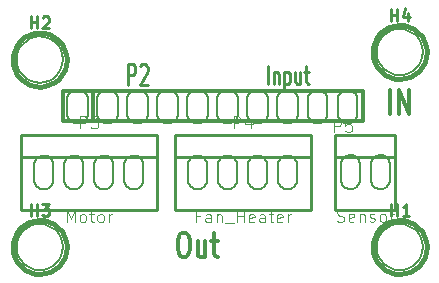
<source format=gto>
G04 (created by PCBNEW-RS274X (2011-07-08 BZR 3044)-stable) date 2012-09-13 22:14:24*
G01*
G70*
G90*
%MOIN*%
G04 Gerber Fmt 3.4, Leading zero omitted, Abs format*
%FSLAX34Y34*%
G04 APERTURE LIST*
%ADD10C,0.006000*%
%ADD11C,0.012000*%
%ADD12C,0.015000*%
%ADD13C,0.010000*%
%ADD14C,0.010700*%
%ADD15C,0.003500*%
G04 APERTURE END LIST*
G54D10*
G54D11*
X41750Y-36274D02*
X41864Y-36274D01*
X41922Y-36312D01*
X41979Y-36388D01*
X42007Y-36540D01*
X42007Y-36807D01*
X41979Y-36960D01*
X41922Y-37036D01*
X41864Y-37074D01*
X41750Y-37074D01*
X41693Y-37036D01*
X41636Y-36960D01*
X41607Y-36807D01*
X41607Y-36540D01*
X41636Y-36388D01*
X41693Y-36312D01*
X41750Y-36274D01*
X42522Y-36540D02*
X42522Y-37074D01*
X42265Y-36540D02*
X42265Y-36960D01*
X42293Y-37036D01*
X42351Y-37074D01*
X42436Y-37074D01*
X42493Y-37036D01*
X42522Y-36998D01*
X42722Y-36540D02*
X42951Y-36540D01*
X42808Y-36274D02*
X42808Y-36960D01*
X42836Y-37036D01*
X42894Y-37074D01*
X42951Y-37074D01*
X48686Y-32324D02*
X48686Y-31524D01*
X48972Y-32324D02*
X48972Y-31524D01*
X49315Y-32324D01*
X49315Y-31524D01*
G54D12*
X49900Y-36750D02*
X49882Y-36924D01*
X49832Y-37092D01*
X49749Y-37248D01*
X49638Y-37384D01*
X49503Y-37496D01*
X49348Y-37579D01*
X49180Y-37631D01*
X49006Y-37649D01*
X48832Y-37634D01*
X48663Y-37584D01*
X48508Y-37503D01*
X48371Y-37393D01*
X48258Y-37258D01*
X48173Y-37104D01*
X48120Y-36937D01*
X48101Y-36762D01*
X48115Y-36588D01*
X48164Y-36419D01*
X48244Y-36263D01*
X48353Y-36125D01*
X48487Y-36011D01*
X48640Y-35926D01*
X48807Y-35871D01*
X48982Y-35851D01*
X49156Y-35864D01*
X49325Y-35911D01*
X49482Y-35991D01*
X49620Y-36099D01*
X49735Y-36232D01*
X49822Y-36384D01*
X49877Y-36551D01*
X49899Y-36725D01*
X49900Y-36750D01*
X37900Y-30500D02*
X37882Y-30674D01*
X37832Y-30842D01*
X37749Y-30998D01*
X37638Y-31134D01*
X37503Y-31246D01*
X37348Y-31329D01*
X37180Y-31381D01*
X37006Y-31399D01*
X36832Y-31384D01*
X36663Y-31334D01*
X36508Y-31253D01*
X36371Y-31143D01*
X36258Y-31008D01*
X36173Y-30854D01*
X36120Y-30687D01*
X36101Y-30512D01*
X36115Y-30338D01*
X36164Y-30169D01*
X36244Y-30013D01*
X36353Y-29875D01*
X36487Y-29761D01*
X36640Y-29676D01*
X36807Y-29621D01*
X36982Y-29601D01*
X37156Y-29614D01*
X37325Y-29661D01*
X37482Y-29741D01*
X37620Y-29849D01*
X37735Y-29982D01*
X37822Y-30134D01*
X37877Y-30301D01*
X37899Y-30475D01*
X37900Y-30500D01*
X37900Y-36750D02*
X37882Y-36924D01*
X37832Y-37092D01*
X37749Y-37248D01*
X37638Y-37384D01*
X37503Y-37496D01*
X37348Y-37579D01*
X37180Y-37631D01*
X37006Y-37649D01*
X36832Y-37634D01*
X36663Y-37584D01*
X36508Y-37503D01*
X36371Y-37393D01*
X36258Y-37258D01*
X36173Y-37104D01*
X36120Y-36937D01*
X36101Y-36762D01*
X36115Y-36588D01*
X36164Y-36419D01*
X36244Y-36263D01*
X36353Y-36125D01*
X36487Y-36011D01*
X36640Y-35926D01*
X36807Y-35871D01*
X36982Y-35851D01*
X37156Y-35864D01*
X37325Y-35911D01*
X37482Y-35991D01*
X37620Y-36099D01*
X37735Y-36232D01*
X37822Y-36384D01*
X37877Y-36551D01*
X37899Y-36725D01*
X37900Y-36750D01*
X49900Y-30250D02*
X49882Y-30424D01*
X49832Y-30592D01*
X49749Y-30748D01*
X49638Y-30884D01*
X49503Y-30996D01*
X49348Y-31079D01*
X49180Y-31131D01*
X49006Y-31149D01*
X48832Y-31134D01*
X48663Y-31084D01*
X48508Y-31003D01*
X48371Y-30893D01*
X48258Y-30758D01*
X48173Y-30604D01*
X48120Y-30437D01*
X48101Y-30262D01*
X48115Y-30088D01*
X48164Y-29919D01*
X48244Y-29763D01*
X48353Y-29625D01*
X48487Y-29511D01*
X48640Y-29426D01*
X48807Y-29371D01*
X48982Y-29351D01*
X49156Y-29364D01*
X49325Y-29411D01*
X49482Y-29491D01*
X49620Y-29599D01*
X49735Y-29732D01*
X49822Y-29884D01*
X49877Y-30051D01*
X49899Y-30225D01*
X49900Y-30250D01*
G54D11*
X37764Y-32564D02*
X37764Y-31564D01*
X37764Y-31564D02*
X47764Y-31564D01*
X47764Y-31564D02*
X47764Y-32564D01*
X47764Y-32564D02*
X37764Y-32564D01*
X38764Y-32564D02*
X38764Y-31564D01*
G54D13*
X37907Y-35510D02*
X40907Y-35510D01*
X37907Y-33760D02*
X40907Y-33760D01*
X37907Y-33010D02*
X40907Y-33010D01*
X36382Y-33010D02*
X36382Y-35510D01*
X40907Y-33010D02*
X40907Y-35510D01*
X39432Y-33760D02*
X36432Y-33760D01*
X36382Y-33010D02*
X39382Y-33010D01*
X39382Y-35510D02*
X36382Y-35510D01*
X43037Y-35510D02*
X46037Y-35510D01*
X43037Y-33760D02*
X46037Y-33760D01*
X43037Y-33010D02*
X46037Y-33010D01*
X41512Y-33010D02*
X41512Y-35510D01*
X46037Y-33010D02*
X46037Y-35510D01*
X44562Y-33760D02*
X41562Y-33760D01*
X41512Y-33010D02*
X44512Y-33010D01*
X44512Y-35510D02*
X41512Y-35510D01*
X48854Y-33749D02*
X46854Y-33749D01*
X48854Y-35499D02*
X46854Y-35499D01*
X46854Y-32999D02*
X48854Y-32999D01*
X46854Y-32999D02*
X46854Y-35499D01*
X48854Y-32999D02*
X48854Y-35499D01*
G54D10*
X49770Y-36750D02*
X49755Y-36899D01*
X49711Y-37043D01*
X49641Y-37176D01*
X49546Y-37292D01*
X49430Y-37388D01*
X49298Y-37459D01*
X49154Y-37504D01*
X49005Y-37519D01*
X48856Y-37506D01*
X48712Y-37463D01*
X48579Y-37394D01*
X48462Y-37300D01*
X48365Y-37185D01*
X48293Y-37053D01*
X48247Y-36910D01*
X48231Y-36760D01*
X48243Y-36612D01*
X48285Y-36467D01*
X48353Y-36333D01*
X48447Y-36216D01*
X48561Y-36118D01*
X48692Y-36045D01*
X48835Y-35998D01*
X48984Y-35981D01*
X49133Y-35992D01*
X49278Y-36033D01*
X49412Y-36100D01*
X49531Y-36193D01*
X49629Y-36307D01*
X49703Y-36437D01*
X49750Y-36580D01*
X49769Y-36729D01*
X49770Y-36750D01*
X37770Y-30500D02*
X37755Y-30649D01*
X37711Y-30793D01*
X37641Y-30926D01*
X37546Y-31042D01*
X37430Y-31138D01*
X37298Y-31209D01*
X37154Y-31254D01*
X37005Y-31269D01*
X36856Y-31256D01*
X36712Y-31213D01*
X36579Y-31144D01*
X36462Y-31050D01*
X36365Y-30935D01*
X36293Y-30803D01*
X36247Y-30660D01*
X36231Y-30510D01*
X36243Y-30362D01*
X36285Y-30217D01*
X36353Y-30083D01*
X36447Y-29966D01*
X36561Y-29868D01*
X36692Y-29795D01*
X36835Y-29748D01*
X36984Y-29731D01*
X37133Y-29742D01*
X37278Y-29783D01*
X37412Y-29850D01*
X37531Y-29943D01*
X37629Y-30057D01*
X37703Y-30187D01*
X37750Y-30330D01*
X37769Y-30479D01*
X37770Y-30500D01*
X37770Y-36750D02*
X37755Y-36899D01*
X37711Y-37043D01*
X37641Y-37176D01*
X37546Y-37292D01*
X37430Y-37388D01*
X37298Y-37459D01*
X37154Y-37504D01*
X37005Y-37519D01*
X36856Y-37506D01*
X36712Y-37463D01*
X36579Y-37394D01*
X36462Y-37300D01*
X36365Y-37185D01*
X36293Y-37053D01*
X36247Y-36910D01*
X36231Y-36760D01*
X36243Y-36612D01*
X36285Y-36467D01*
X36353Y-36333D01*
X36447Y-36216D01*
X36561Y-36118D01*
X36692Y-36045D01*
X36835Y-35998D01*
X36984Y-35981D01*
X37133Y-35992D01*
X37278Y-36033D01*
X37412Y-36100D01*
X37531Y-36193D01*
X37629Y-36307D01*
X37703Y-36437D01*
X37750Y-36580D01*
X37769Y-36729D01*
X37770Y-36750D01*
X49770Y-30250D02*
X49755Y-30399D01*
X49711Y-30543D01*
X49641Y-30676D01*
X49546Y-30792D01*
X49430Y-30888D01*
X49298Y-30959D01*
X49154Y-31004D01*
X49005Y-31019D01*
X48856Y-31006D01*
X48712Y-30963D01*
X48579Y-30894D01*
X48462Y-30800D01*
X48365Y-30685D01*
X48293Y-30553D01*
X48247Y-30410D01*
X48231Y-30260D01*
X48243Y-30112D01*
X48285Y-29967D01*
X48353Y-29833D01*
X48447Y-29716D01*
X48561Y-29618D01*
X48692Y-29545D01*
X48835Y-29498D01*
X48984Y-29481D01*
X49133Y-29492D01*
X49278Y-29533D01*
X49412Y-29600D01*
X49531Y-29693D01*
X49629Y-29807D01*
X49703Y-29937D01*
X49750Y-30080D01*
X49769Y-30229D01*
X49770Y-30250D01*
X37901Y-31867D02*
X37901Y-32261D01*
X38627Y-31867D02*
X38627Y-32261D01*
X37901Y-32261D02*
X37903Y-32292D01*
X37907Y-32324D01*
X37914Y-32354D01*
X37923Y-32385D01*
X37936Y-32414D01*
X37950Y-32442D01*
X37967Y-32469D01*
X37986Y-32494D01*
X38008Y-32517D01*
X38031Y-32539D01*
X38056Y-32558D01*
X38083Y-32575D01*
X38111Y-32589D01*
X38140Y-32602D01*
X38171Y-32611D01*
X38201Y-32618D01*
X38233Y-32622D01*
X38264Y-32624D01*
X38295Y-32622D01*
X38327Y-32618D01*
X38357Y-32611D01*
X38388Y-32602D01*
X38417Y-32589D01*
X38445Y-32575D01*
X38472Y-32558D01*
X38497Y-32539D01*
X38520Y-32517D01*
X38542Y-32494D01*
X38561Y-32469D01*
X38578Y-32442D01*
X38592Y-32414D01*
X38605Y-32385D01*
X38614Y-32354D01*
X38621Y-32324D01*
X38625Y-32292D01*
X38627Y-32261D01*
X38627Y-31867D02*
X38625Y-31836D01*
X38621Y-31804D01*
X38614Y-31774D01*
X38605Y-31743D01*
X38592Y-31714D01*
X38578Y-31686D01*
X38561Y-31659D01*
X38542Y-31634D01*
X38520Y-31611D01*
X38497Y-31589D01*
X38472Y-31570D01*
X38445Y-31553D01*
X38417Y-31539D01*
X38388Y-31526D01*
X38357Y-31517D01*
X38327Y-31510D01*
X38295Y-31506D01*
X38264Y-31504D01*
X38233Y-31506D01*
X38201Y-31510D01*
X38171Y-31517D01*
X38140Y-31526D01*
X38111Y-31539D01*
X38083Y-31553D01*
X38056Y-31570D01*
X38031Y-31589D01*
X38008Y-31611D01*
X37986Y-31634D01*
X37967Y-31659D01*
X37950Y-31686D01*
X37936Y-31714D01*
X37923Y-31743D01*
X37914Y-31774D01*
X37907Y-31804D01*
X37903Y-31836D01*
X37901Y-31867D01*
X38901Y-31867D02*
X38901Y-32261D01*
X39627Y-31867D02*
X39627Y-32261D01*
X38901Y-32261D02*
X38903Y-32292D01*
X38907Y-32324D01*
X38914Y-32354D01*
X38923Y-32385D01*
X38936Y-32414D01*
X38950Y-32442D01*
X38967Y-32469D01*
X38986Y-32494D01*
X39008Y-32517D01*
X39031Y-32539D01*
X39056Y-32558D01*
X39083Y-32575D01*
X39111Y-32589D01*
X39140Y-32602D01*
X39171Y-32611D01*
X39201Y-32618D01*
X39233Y-32622D01*
X39264Y-32624D01*
X39295Y-32622D01*
X39327Y-32618D01*
X39357Y-32611D01*
X39388Y-32602D01*
X39417Y-32589D01*
X39445Y-32575D01*
X39472Y-32558D01*
X39497Y-32539D01*
X39520Y-32517D01*
X39542Y-32494D01*
X39561Y-32469D01*
X39578Y-32442D01*
X39592Y-32414D01*
X39605Y-32385D01*
X39614Y-32354D01*
X39621Y-32324D01*
X39625Y-32292D01*
X39627Y-32261D01*
X39627Y-31867D02*
X39625Y-31836D01*
X39621Y-31804D01*
X39614Y-31774D01*
X39605Y-31743D01*
X39592Y-31714D01*
X39578Y-31686D01*
X39561Y-31659D01*
X39542Y-31634D01*
X39520Y-31611D01*
X39497Y-31589D01*
X39472Y-31570D01*
X39445Y-31553D01*
X39417Y-31539D01*
X39388Y-31526D01*
X39357Y-31517D01*
X39327Y-31510D01*
X39295Y-31506D01*
X39264Y-31504D01*
X39233Y-31506D01*
X39201Y-31510D01*
X39171Y-31517D01*
X39140Y-31526D01*
X39111Y-31539D01*
X39083Y-31553D01*
X39056Y-31570D01*
X39031Y-31589D01*
X39008Y-31611D01*
X38986Y-31634D01*
X38967Y-31659D01*
X38950Y-31686D01*
X38936Y-31714D01*
X38923Y-31743D01*
X38914Y-31774D01*
X38907Y-31804D01*
X38903Y-31836D01*
X38901Y-31867D01*
X39901Y-31867D02*
X39901Y-32261D01*
X40627Y-31867D02*
X40627Y-32261D01*
X39901Y-32261D02*
X39903Y-32292D01*
X39907Y-32324D01*
X39914Y-32354D01*
X39923Y-32385D01*
X39936Y-32414D01*
X39950Y-32442D01*
X39967Y-32469D01*
X39986Y-32494D01*
X40008Y-32517D01*
X40031Y-32539D01*
X40056Y-32558D01*
X40083Y-32575D01*
X40111Y-32589D01*
X40140Y-32602D01*
X40171Y-32611D01*
X40201Y-32618D01*
X40233Y-32622D01*
X40264Y-32624D01*
X40295Y-32622D01*
X40327Y-32618D01*
X40357Y-32611D01*
X40388Y-32602D01*
X40417Y-32589D01*
X40445Y-32575D01*
X40472Y-32558D01*
X40497Y-32539D01*
X40520Y-32517D01*
X40542Y-32494D01*
X40561Y-32469D01*
X40578Y-32442D01*
X40592Y-32414D01*
X40605Y-32385D01*
X40614Y-32354D01*
X40621Y-32324D01*
X40625Y-32292D01*
X40627Y-32261D01*
X40627Y-31867D02*
X40625Y-31836D01*
X40621Y-31804D01*
X40614Y-31774D01*
X40605Y-31743D01*
X40592Y-31714D01*
X40578Y-31686D01*
X40561Y-31659D01*
X40542Y-31634D01*
X40520Y-31611D01*
X40497Y-31589D01*
X40472Y-31570D01*
X40445Y-31553D01*
X40417Y-31539D01*
X40388Y-31526D01*
X40357Y-31517D01*
X40327Y-31510D01*
X40295Y-31506D01*
X40264Y-31504D01*
X40233Y-31506D01*
X40201Y-31510D01*
X40171Y-31517D01*
X40140Y-31526D01*
X40111Y-31539D01*
X40083Y-31553D01*
X40056Y-31570D01*
X40031Y-31589D01*
X40008Y-31611D01*
X39986Y-31634D01*
X39967Y-31659D01*
X39950Y-31686D01*
X39936Y-31714D01*
X39923Y-31743D01*
X39914Y-31774D01*
X39907Y-31804D01*
X39903Y-31836D01*
X39901Y-31867D01*
X40901Y-31867D02*
X40901Y-32261D01*
X41627Y-31867D02*
X41627Y-32261D01*
X40901Y-32261D02*
X40903Y-32292D01*
X40907Y-32324D01*
X40914Y-32354D01*
X40923Y-32385D01*
X40936Y-32414D01*
X40950Y-32442D01*
X40967Y-32469D01*
X40986Y-32494D01*
X41008Y-32517D01*
X41031Y-32539D01*
X41056Y-32558D01*
X41083Y-32575D01*
X41111Y-32589D01*
X41140Y-32602D01*
X41171Y-32611D01*
X41201Y-32618D01*
X41233Y-32622D01*
X41264Y-32624D01*
X41295Y-32622D01*
X41327Y-32618D01*
X41357Y-32611D01*
X41388Y-32602D01*
X41417Y-32589D01*
X41445Y-32575D01*
X41472Y-32558D01*
X41497Y-32539D01*
X41520Y-32517D01*
X41542Y-32494D01*
X41561Y-32469D01*
X41578Y-32442D01*
X41592Y-32414D01*
X41605Y-32385D01*
X41614Y-32354D01*
X41621Y-32324D01*
X41625Y-32292D01*
X41627Y-32261D01*
X41627Y-31867D02*
X41625Y-31836D01*
X41621Y-31804D01*
X41614Y-31774D01*
X41605Y-31743D01*
X41592Y-31714D01*
X41578Y-31686D01*
X41561Y-31659D01*
X41542Y-31634D01*
X41520Y-31611D01*
X41497Y-31589D01*
X41472Y-31570D01*
X41445Y-31553D01*
X41417Y-31539D01*
X41388Y-31526D01*
X41357Y-31517D01*
X41327Y-31510D01*
X41295Y-31506D01*
X41264Y-31504D01*
X41233Y-31506D01*
X41201Y-31510D01*
X41171Y-31517D01*
X41140Y-31526D01*
X41111Y-31539D01*
X41083Y-31553D01*
X41056Y-31570D01*
X41031Y-31589D01*
X41008Y-31611D01*
X40986Y-31634D01*
X40967Y-31659D01*
X40950Y-31686D01*
X40936Y-31714D01*
X40923Y-31743D01*
X40914Y-31774D01*
X40907Y-31804D01*
X40903Y-31836D01*
X40901Y-31867D01*
X41901Y-31867D02*
X41901Y-32261D01*
X42627Y-31867D02*
X42627Y-32261D01*
X41901Y-32261D02*
X41903Y-32292D01*
X41907Y-32324D01*
X41914Y-32354D01*
X41923Y-32385D01*
X41936Y-32414D01*
X41950Y-32442D01*
X41967Y-32469D01*
X41986Y-32494D01*
X42008Y-32517D01*
X42031Y-32539D01*
X42056Y-32558D01*
X42083Y-32575D01*
X42111Y-32589D01*
X42140Y-32602D01*
X42171Y-32611D01*
X42201Y-32618D01*
X42233Y-32622D01*
X42264Y-32624D01*
X42295Y-32622D01*
X42327Y-32618D01*
X42357Y-32611D01*
X42388Y-32602D01*
X42417Y-32589D01*
X42445Y-32575D01*
X42472Y-32558D01*
X42497Y-32539D01*
X42520Y-32517D01*
X42542Y-32494D01*
X42561Y-32469D01*
X42578Y-32442D01*
X42592Y-32414D01*
X42605Y-32385D01*
X42614Y-32354D01*
X42621Y-32324D01*
X42625Y-32292D01*
X42627Y-32261D01*
X42627Y-31867D02*
X42625Y-31836D01*
X42621Y-31804D01*
X42614Y-31774D01*
X42605Y-31743D01*
X42592Y-31714D01*
X42578Y-31686D01*
X42561Y-31659D01*
X42542Y-31634D01*
X42520Y-31611D01*
X42497Y-31589D01*
X42472Y-31570D01*
X42445Y-31553D01*
X42417Y-31539D01*
X42388Y-31526D01*
X42357Y-31517D01*
X42327Y-31510D01*
X42295Y-31506D01*
X42264Y-31504D01*
X42233Y-31506D01*
X42201Y-31510D01*
X42171Y-31517D01*
X42140Y-31526D01*
X42111Y-31539D01*
X42083Y-31553D01*
X42056Y-31570D01*
X42031Y-31589D01*
X42008Y-31611D01*
X41986Y-31634D01*
X41967Y-31659D01*
X41950Y-31686D01*
X41936Y-31714D01*
X41923Y-31743D01*
X41914Y-31774D01*
X41907Y-31804D01*
X41903Y-31836D01*
X41901Y-31867D01*
X42901Y-31867D02*
X42901Y-32261D01*
X43627Y-31867D02*
X43627Y-32261D01*
X42901Y-32261D02*
X42903Y-32292D01*
X42907Y-32324D01*
X42914Y-32354D01*
X42923Y-32385D01*
X42936Y-32414D01*
X42950Y-32442D01*
X42967Y-32469D01*
X42986Y-32494D01*
X43008Y-32517D01*
X43031Y-32539D01*
X43056Y-32558D01*
X43083Y-32575D01*
X43111Y-32589D01*
X43140Y-32602D01*
X43171Y-32611D01*
X43201Y-32618D01*
X43233Y-32622D01*
X43264Y-32624D01*
X43295Y-32622D01*
X43327Y-32618D01*
X43357Y-32611D01*
X43388Y-32602D01*
X43417Y-32589D01*
X43445Y-32575D01*
X43472Y-32558D01*
X43497Y-32539D01*
X43520Y-32517D01*
X43542Y-32494D01*
X43561Y-32469D01*
X43578Y-32442D01*
X43592Y-32414D01*
X43605Y-32385D01*
X43614Y-32354D01*
X43621Y-32324D01*
X43625Y-32292D01*
X43627Y-32261D01*
X43627Y-31867D02*
X43625Y-31836D01*
X43621Y-31804D01*
X43614Y-31774D01*
X43605Y-31743D01*
X43592Y-31714D01*
X43578Y-31686D01*
X43561Y-31659D01*
X43542Y-31634D01*
X43520Y-31611D01*
X43497Y-31589D01*
X43472Y-31570D01*
X43445Y-31553D01*
X43417Y-31539D01*
X43388Y-31526D01*
X43357Y-31517D01*
X43327Y-31510D01*
X43295Y-31506D01*
X43264Y-31504D01*
X43233Y-31506D01*
X43201Y-31510D01*
X43171Y-31517D01*
X43140Y-31526D01*
X43111Y-31539D01*
X43083Y-31553D01*
X43056Y-31570D01*
X43031Y-31589D01*
X43008Y-31611D01*
X42986Y-31634D01*
X42967Y-31659D01*
X42950Y-31686D01*
X42936Y-31714D01*
X42923Y-31743D01*
X42914Y-31774D01*
X42907Y-31804D01*
X42903Y-31836D01*
X42901Y-31867D01*
X43901Y-31867D02*
X43901Y-32261D01*
X44627Y-31867D02*
X44627Y-32261D01*
X43901Y-32261D02*
X43903Y-32292D01*
X43907Y-32324D01*
X43914Y-32354D01*
X43923Y-32385D01*
X43936Y-32414D01*
X43950Y-32442D01*
X43967Y-32469D01*
X43986Y-32494D01*
X44008Y-32517D01*
X44031Y-32539D01*
X44056Y-32558D01*
X44083Y-32575D01*
X44111Y-32589D01*
X44140Y-32602D01*
X44171Y-32611D01*
X44201Y-32618D01*
X44233Y-32622D01*
X44264Y-32624D01*
X44295Y-32622D01*
X44327Y-32618D01*
X44357Y-32611D01*
X44388Y-32602D01*
X44417Y-32589D01*
X44445Y-32575D01*
X44472Y-32558D01*
X44497Y-32539D01*
X44520Y-32517D01*
X44542Y-32494D01*
X44561Y-32469D01*
X44578Y-32442D01*
X44592Y-32414D01*
X44605Y-32385D01*
X44614Y-32354D01*
X44621Y-32324D01*
X44625Y-32292D01*
X44627Y-32261D01*
X44627Y-31867D02*
X44625Y-31836D01*
X44621Y-31804D01*
X44614Y-31774D01*
X44605Y-31743D01*
X44592Y-31714D01*
X44578Y-31686D01*
X44561Y-31659D01*
X44542Y-31634D01*
X44520Y-31611D01*
X44497Y-31589D01*
X44472Y-31570D01*
X44445Y-31553D01*
X44417Y-31539D01*
X44388Y-31526D01*
X44357Y-31517D01*
X44327Y-31510D01*
X44295Y-31506D01*
X44264Y-31504D01*
X44233Y-31506D01*
X44201Y-31510D01*
X44171Y-31517D01*
X44140Y-31526D01*
X44111Y-31539D01*
X44083Y-31553D01*
X44056Y-31570D01*
X44031Y-31589D01*
X44008Y-31611D01*
X43986Y-31634D01*
X43967Y-31659D01*
X43950Y-31686D01*
X43936Y-31714D01*
X43923Y-31743D01*
X43914Y-31774D01*
X43907Y-31804D01*
X43903Y-31836D01*
X43901Y-31867D01*
X44901Y-31867D02*
X44901Y-32261D01*
X45627Y-31867D02*
X45627Y-32261D01*
X44901Y-32261D02*
X44903Y-32292D01*
X44907Y-32324D01*
X44914Y-32354D01*
X44923Y-32385D01*
X44936Y-32414D01*
X44950Y-32442D01*
X44967Y-32469D01*
X44986Y-32494D01*
X45008Y-32517D01*
X45031Y-32539D01*
X45056Y-32558D01*
X45083Y-32575D01*
X45111Y-32589D01*
X45140Y-32602D01*
X45171Y-32611D01*
X45201Y-32618D01*
X45233Y-32622D01*
X45264Y-32624D01*
X45295Y-32622D01*
X45327Y-32618D01*
X45357Y-32611D01*
X45388Y-32602D01*
X45417Y-32589D01*
X45445Y-32575D01*
X45472Y-32558D01*
X45497Y-32539D01*
X45520Y-32517D01*
X45542Y-32494D01*
X45561Y-32469D01*
X45578Y-32442D01*
X45592Y-32414D01*
X45605Y-32385D01*
X45614Y-32354D01*
X45621Y-32324D01*
X45625Y-32292D01*
X45627Y-32261D01*
X45627Y-31867D02*
X45625Y-31836D01*
X45621Y-31804D01*
X45614Y-31774D01*
X45605Y-31743D01*
X45592Y-31714D01*
X45578Y-31686D01*
X45561Y-31659D01*
X45542Y-31634D01*
X45520Y-31611D01*
X45497Y-31589D01*
X45472Y-31570D01*
X45445Y-31553D01*
X45417Y-31539D01*
X45388Y-31526D01*
X45357Y-31517D01*
X45327Y-31510D01*
X45295Y-31506D01*
X45264Y-31504D01*
X45233Y-31506D01*
X45201Y-31510D01*
X45171Y-31517D01*
X45140Y-31526D01*
X45111Y-31539D01*
X45083Y-31553D01*
X45056Y-31570D01*
X45031Y-31589D01*
X45008Y-31611D01*
X44986Y-31634D01*
X44967Y-31659D01*
X44950Y-31686D01*
X44936Y-31714D01*
X44923Y-31743D01*
X44914Y-31774D01*
X44907Y-31804D01*
X44903Y-31836D01*
X44901Y-31867D01*
X45940Y-31828D02*
X45940Y-32300D01*
X46588Y-31828D02*
X46588Y-32300D01*
X45940Y-32300D02*
X45942Y-32328D01*
X45945Y-32356D01*
X45952Y-32383D01*
X45960Y-32410D01*
X45971Y-32436D01*
X45984Y-32461D01*
X45999Y-32485D01*
X46016Y-32508D01*
X46035Y-32529D01*
X46056Y-32548D01*
X46079Y-32565D01*
X46102Y-32580D01*
X46128Y-32593D01*
X46154Y-32604D01*
X46181Y-32612D01*
X46208Y-32619D01*
X46236Y-32622D01*
X46264Y-32624D01*
X46292Y-32622D01*
X46320Y-32619D01*
X46347Y-32612D01*
X46374Y-32604D01*
X46400Y-32593D01*
X46426Y-32580D01*
X46449Y-32565D01*
X46472Y-32548D01*
X46493Y-32529D01*
X46512Y-32508D01*
X46529Y-32485D01*
X46544Y-32462D01*
X46557Y-32436D01*
X46568Y-32410D01*
X46576Y-32383D01*
X46583Y-32356D01*
X46586Y-32328D01*
X46588Y-32300D01*
X46588Y-31828D02*
X46586Y-31800D01*
X46583Y-31772D01*
X46576Y-31745D01*
X46568Y-31718D01*
X46557Y-31692D01*
X46544Y-31667D01*
X46529Y-31643D01*
X46512Y-31620D01*
X46493Y-31599D01*
X46472Y-31580D01*
X46449Y-31563D01*
X46426Y-31548D01*
X46400Y-31535D01*
X46374Y-31524D01*
X46347Y-31516D01*
X46320Y-31509D01*
X46292Y-31506D01*
X46264Y-31504D01*
X46236Y-31506D01*
X46208Y-31509D01*
X46181Y-31516D01*
X46154Y-31524D01*
X46128Y-31535D01*
X46103Y-31548D01*
X46079Y-31563D01*
X46056Y-31580D01*
X46035Y-31599D01*
X46016Y-31620D01*
X45999Y-31643D01*
X45984Y-31667D01*
X45971Y-31692D01*
X45960Y-31718D01*
X45952Y-31745D01*
X45945Y-31772D01*
X45942Y-31800D01*
X45940Y-31828D01*
X46940Y-31828D02*
X46940Y-32300D01*
X47588Y-31828D02*
X47588Y-32300D01*
X46940Y-32300D02*
X46942Y-32328D01*
X46945Y-32356D01*
X46952Y-32383D01*
X46960Y-32410D01*
X46971Y-32436D01*
X46984Y-32461D01*
X46999Y-32485D01*
X47016Y-32508D01*
X47035Y-32529D01*
X47056Y-32548D01*
X47079Y-32565D01*
X47102Y-32580D01*
X47128Y-32593D01*
X47154Y-32604D01*
X47181Y-32612D01*
X47208Y-32619D01*
X47236Y-32622D01*
X47264Y-32624D01*
X47292Y-32622D01*
X47320Y-32619D01*
X47347Y-32612D01*
X47374Y-32604D01*
X47400Y-32593D01*
X47426Y-32580D01*
X47449Y-32565D01*
X47472Y-32548D01*
X47493Y-32529D01*
X47512Y-32508D01*
X47529Y-32485D01*
X47544Y-32462D01*
X47557Y-32436D01*
X47568Y-32410D01*
X47576Y-32383D01*
X47583Y-32356D01*
X47586Y-32328D01*
X47588Y-32300D01*
X47588Y-31828D02*
X47586Y-31800D01*
X47583Y-31772D01*
X47576Y-31745D01*
X47568Y-31718D01*
X47557Y-31692D01*
X47544Y-31667D01*
X47529Y-31643D01*
X47512Y-31620D01*
X47493Y-31599D01*
X47472Y-31580D01*
X47449Y-31563D01*
X47426Y-31548D01*
X47400Y-31535D01*
X47374Y-31524D01*
X47347Y-31516D01*
X47320Y-31509D01*
X47292Y-31506D01*
X47264Y-31504D01*
X47236Y-31506D01*
X47208Y-31509D01*
X47181Y-31516D01*
X47154Y-31524D01*
X47128Y-31535D01*
X47103Y-31548D01*
X47079Y-31563D01*
X47056Y-31580D01*
X47035Y-31599D01*
X47016Y-31620D01*
X46999Y-31643D01*
X46984Y-31667D01*
X46971Y-31692D01*
X46960Y-31718D01*
X46952Y-31745D01*
X46945Y-31772D01*
X46942Y-31800D01*
X46940Y-31828D01*
X36808Y-34021D02*
X36808Y-34499D01*
X37456Y-34021D02*
X37456Y-34499D01*
X36808Y-34499D02*
X36810Y-34527D01*
X36813Y-34555D01*
X36820Y-34582D01*
X36828Y-34609D01*
X36839Y-34635D01*
X36852Y-34660D01*
X36867Y-34684D01*
X36884Y-34707D01*
X36903Y-34728D01*
X36924Y-34747D01*
X36947Y-34764D01*
X36970Y-34779D01*
X36996Y-34792D01*
X37022Y-34803D01*
X37049Y-34811D01*
X37076Y-34818D01*
X37104Y-34821D01*
X37132Y-34823D01*
X37160Y-34821D01*
X37188Y-34818D01*
X37215Y-34811D01*
X37242Y-34803D01*
X37268Y-34792D01*
X37294Y-34779D01*
X37317Y-34764D01*
X37340Y-34747D01*
X37361Y-34728D01*
X37380Y-34707D01*
X37397Y-34684D01*
X37412Y-34661D01*
X37425Y-34635D01*
X37436Y-34609D01*
X37444Y-34582D01*
X37451Y-34555D01*
X37454Y-34527D01*
X37456Y-34499D01*
X37456Y-34021D02*
X37454Y-33993D01*
X37451Y-33965D01*
X37444Y-33938D01*
X37436Y-33911D01*
X37425Y-33885D01*
X37412Y-33860D01*
X37397Y-33836D01*
X37380Y-33813D01*
X37361Y-33792D01*
X37340Y-33773D01*
X37317Y-33756D01*
X37294Y-33741D01*
X37268Y-33728D01*
X37242Y-33717D01*
X37215Y-33709D01*
X37188Y-33702D01*
X37160Y-33699D01*
X37132Y-33697D01*
X37104Y-33699D01*
X37076Y-33702D01*
X37049Y-33709D01*
X37022Y-33717D01*
X36996Y-33728D01*
X36971Y-33741D01*
X36947Y-33756D01*
X36924Y-33773D01*
X36903Y-33792D01*
X36884Y-33813D01*
X36867Y-33836D01*
X36852Y-33860D01*
X36839Y-33885D01*
X36828Y-33911D01*
X36820Y-33938D01*
X36813Y-33965D01*
X36810Y-33993D01*
X36808Y-34021D01*
X37808Y-34021D02*
X37808Y-34499D01*
X38456Y-34021D02*
X38456Y-34499D01*
X37808Y-34499D02*
X37810Y-34527D01*
X37813Y-34555D01*
X37820Y-34582D01*
X37828Y-34609D01*
X37839Y-34635D01*
X37852Y-34660D01*
X37867Y-34684D01*
X37884Y-34707D01*
X37903Y-34728D01*
X37924Y-34747D01*
X37947Y-34764D01*
X37970Y-34779D01*
X37996Y-34792D01*
X38022Y-34803D01*
X38049Y-34811D01*
X38076Y-34818D01*
X38104Y-34821D01*
X38132Y-34823D01*
X38160Y-34821D01*
X38188Y-34818D01*
X38215Y-34811D01*
X38242Y-34803D01*
X38268Y-34792D01*
X38294Y-34779D01*
X38317Y-34764D01*
X38340Y-34747D01*
X38361Y-34728D01*
X38380Y-34707D01*
X38397Y-34684D01*
X38412Y-34661D01*
X38425Y-34635D01*
X38436Y-34609D01*
X38444Y-34582D01*
X38451Y-34555D01*
X38454Y-34527D01*
X38456Y-34499D01*
X38456Y-34021D02*
X38454Y-33993D01*
X38451Y-33965D01*
X38444Y-33938D01*
X38436Y-33911D01*
X38425Y-33885D01*
X38412Y-33860D01*
X38397Y-33836D01*
X38380Y-33813D01*
X38361Y-33792D01*
X38340Y-33773D01*
X38317Y-33756D01*
X38294Y-33741D01*
X38268Y-33728D01*
X38242Y-33717D01*
X38215Y-33709D01*
X38188Y-33702D01*
X38160Y-33699D01*
X38132Y-33697D01*
X38104Y-33699D01*
X38076Y-33702D01*
X38049Y-33709D01*
X38022Y-33717D01*
X37996Y-33728D01*
X37971Y-33741D01*
X37947Y-33756D01*
X37924Y-33773D01*
X37903Y-33792D01*
X37884Y-33813D01*
X37867Y-33836D01*
X37852Y-33860D01*
X37839Y-33885D01*
X37828Y-33911D01*
X37820Y-33938D01*
X37813Y-33965D01*
X37810Y-33993D01*
X37808Y-34021D01*
X38808Y-34021D02*
X38808Y-34499D01*
X39456Y-34021D02*
X39456Y-34499D01*
X38808Y-34499D02*
X38810Y-34527D01*
X38813Y-34555D01*
X38820Y-34582D01*
X38828Y-34609D01*
X38839Y-34635D01*
X38852Y-34660D01*
X38867Y-34684D01*
X38884Y-34707D01*
X38903Y-34728D01*
X38924Y-34747D01*
X38947Y-34764D01*
X38970Y-34779D01*
X38996Y-34792D01*
X39022Y-34803D01*
X39049Y-34811D01*
X39076Y-34818D01*
X39104Y-34821D01*
X39132Y-34823D01*
X39160Y-34821D01*
X39188Y-34818D01*
X39215Y-34811D01*
X39242Y-34803D01*
X39268Y-34792D01*
X39294Y-34779D01*
X39317Y-34764D01*
X39340Y-34747D01*
X39361Y-34728D01*
X39380Y-34707D01*
X39397Y-34684D01*
X39412Y-34661D01*
X39425Y-34635D01*
X39436Y-34609D01*
X39444Y-34582D01*
X39451Y-34555D01*
X39454Y-34527D01*
X39456Y-34499D01*
X39456Y-34021D02*
X39454Y-33993D01*
X39451Y-33965D01*
X39444Y-33938D01*
X39436Y-33911D01*
X39425Y-33885D01*
X39412Y-33860D01*
X39397Y-33836D01*
X39380Y-33813D01*
X39361Y-33792D01*
X39340Y-33773D01*
X39317Y-33756D01*
X39294Y-33741D01*
X39268Y-33728D01*
X39242Y-33717D01*
X39215Y-33709D01*
X39188Y-33702D01*
X39160Y-33699D01*
X39132Y-33697D01*
X39104Y-33699D01*
X39076Y-33702D01*
X39049Y-33709D01*
X39022Y-33717D01*
X38996Y-33728D01*
X38971Y-33741D01*
X38947Y-33756D01*
X38924Y-33773D01*
X38903Y-33792D01*
X38884Y-33813D01*
X38867Y-33836D01*
X38852Y-33860D01*
X38839Y-33885D01*
X38828Y-33911D01*
X38820Y-33938D01*
X38813Y-33965D01*
X38810Y-33993D01*
X38808Y-34021D01*
X39808Y-34021D02*
X39808Y-34499D01*
X40456Y-34021D02*
X40456Y-34499D01*
X39808Y-34499D02*
X39810Y-34527D01*
X39813Y-34555D01*
X39820Y-34582D01*
X39828Y-34609D01*
X39839Y-34635D01*
X39852Y-34660D01*
X39867Y-34684D01*
X39884Y-34707D01*
X39903Y-34728D01*
X39924Y-34747D01*
X39947Y-34764D01*
X39970Y-34779D01*
X39996Y-34792D01*
X40022Y-34803D01*
X40049Y-34811D01*
X40076Y-34818D01*
X40104Y-34821D01*
X40132Y-34823D01*
X40160Y-34821D01*
X40188Y-34818D01*
X40215Y-34811D01*
X40242Y-34803D01*
X40268Y-34792D01*
X40294Y-34779D01*
X40317Y-34764D01*
X40340Y-34747D01*
X40361Y-34728D01*
X40380Y-34707D01*
X40397Y-34684D01*
X40412Y-34661D01*
X40425Y-34635D01*
X40436Y-34609D01*
X40444Y-34582D01*
X40451Y-34555D01*
X40454Y-34527D01*
X40456Y-34499D01*
X40456Y-34021D02*
X40454Y-33993D01*
X40451Y-33965D01*
X40444Y-33938D01*
X40436Y-33911D01*
X40425Y-33885D01*
X40412Y-33860D01*
X40397Y-33836D01*
X40380Y-33813D01*
X40361Y-33792D01*
X40340Y-33773D01*
X40317Y-33756D01*
X40294Y-33741D01*
X40268Y-33728D01*
X40242Y-33717D01*
X40215Y-33709D01*
X40188Y-33702D01*
X40160Y-33699D01*
X40132Y-33697D01*
X40104Y-33699D01*
X40076Y-33702D01*
X40049Y-33709D01*
X40022Y-33717D01*
X39996Y-33728D01*
X39971Y-33741D01*
X39947Y-33756D01*
X39924Y-33773D01*
X39903Y-33792D01*
X39884Y-33813D01*
X39867Y-33836D01*
X39852Y-33860D01*
X39839Y-33885D01*
X39828Y-33911D01*
X39820Y-33938D01*
X39813Y-33965D01*
X39810Y-33993D01*
X39808Y-34021D01*
X41938Y-34021D02*
X41938Y-34499D01*
X42586Y-34021D02*
X42586Y-34499D01*
X41938Y-34499D02*
X41940Y-34527D01*
X41943Y-34555D01*
X41950Y-34582D01*
X41958Y-34609D01*
X41969Y-34635D01*
X41982Y-34660D01*
X41997Y-34684D01*
X42014Y-34707D01*
X42033Y-34728D01*
X42054Y-34747D01*
X42077Y-34764D01*
X42100Y-34779D01*
X42126Y-34792D01*
X42152Y-34803D01*
X42179Y-34811D01*
X42206Y-34818D01*
X42234Y-34821D01*
X42262Y-34823D01*
X42290Y-34821D01*
X42318Y-34818D01*
X42345Y-34811D01*
X42372Y-34803D01*
X42398Y-34792D01*
X42424Y-34779D01*
X42447Y-34764D01*
X42470Y-34747D01*
X42491Y-34728D01*
X42510Y-34707D01*
X42527Y-34684D01*
X42542Y-34661D01*
X42555Y-34635D01*
X42566Y-34609D01*
X42574Y-34582D01*
X42581Y-34555D01*
X42584Y-34527D01*
X42586Y-34499D01*
X42586Y-34021D02*
X42584Y-33993D01*
X42581Y-33965D01*
X42574Y-33938D01*
X42566Y-33911D01*
X42555Y-33885D01*
X42542Y-33860D01*
X42527Y-33836D01*
X42510Y-33813D01*
X42491Y-33792D01*
X42470Y-33773D01*
X42447Y-33756D01*
X42424Y-33741D01*
X42398Y-33728D01*
X42372Y-33717D01*
X42345Y-33709D01*
X42318Y-33702D01*
X42290Y-33699D01*
X42262Y-33697D01*
X42234Y-33699D01*
X42206Y-33702D01*
X42179Y-33709D01*
X42152Y-33717D01*
X42126Y-33728D01*
X42101Y-33741D01*
X42077Y-33756D01*
X42054Y-33773D01*
X42033Y-33792D01*
X42014Y-33813D01*
X41997Y-33836D01*
X41982Y-33860D01*
X41969Y-33885D01*
X41958Y-33911D01*
X41950Y-33938D01*
X41943Y-33965D01*
X41940Y-33993D01*
X41938Y-34021D01*
X42938Y-34021D02*
X42938Y-34499D01*
X43586Y-34021D02*
X43586Y-34499D01*
X42938Y-34499D02*
X42940Y-34527D01*
X42943Y-34555D01*
X42950Y-34582D01*
X42958Y-34609D01*
X42969Y-34635D01*
X42982Y-34660D01*
X42997Y-34684D01*
X43014Y-34707D01*
X43033Y-34728D01*
X43054Y-34747D01*
X43077Y-34764D01*
X43100Y-34779D01*
X43126Y-34792D01*
X43152Y-34803D01*
X43179Y-34811D01*
X43206Y-34818D01*
X43234Y-34821D01*
X43262Y-34823D01*
X43290Y-34821D01*
X43318Y-34818D01*
X43345Y-34811D01*
X43372Y-34803D01*
X43398Y-34792D01*
X43424Y-34779D01*
X43447Y-34764D01*
X43470Y-34747D01*
X43491Y-34728D01*
X43510Y-34707D01*
X43527Y-34684D01*
X43542Y-34661D01*
X43555Y-34635D01*
X43566Y-34609D01*
X43574Y-34582D01*
X43581Y-34555D01*
X43584Y-34527D01*
X43586Y-34499D01*
X43586Y-34021D02*
X43584Y-33993D01*
X43581Y-33965D01*
X43574Y-33938D01*
X43566Y-33911D01*
X43555Y-33885D01*
X43542Y-33860D01*
X43527Y-33836D01*
X43510Y-33813D01*
X43491Y-33792D01*
X43470Y-33773D01*
X43447Y-33756D01*
X43424Y-33741D01*
X43398Y-33728D01*
X43372Y-33717D01*
X43345Y-33709D01*
X43318Y-33702D01*
X43290Y-33699D01*
X43262Y-33697D01*
X43234Y-33699D01*
X43206Y-33702D01*
X43179Y-33709D01*
X43152Y-33717D01*
X43126Y-33728D01*
X43101Y-33741D01*
X43077Y-33756D01*
X43054Y-33773D01*
X43033Y-33792D01*
X43014Y-33813D01*
X42997Y-33836D01*
X42982Y-33860D01*
X42969Y-33885D01*
X42958Y-33911D01*
X42950Y-33938D01*
X42943Y-33965D01*
X42940Y-33993D01*
X42938Y-34021D01*
X43938Y-34021D02*
X43938Y-34499D01*
X44586Y-34021D02*
X44586Y-34499D01*
X43938Y-34499D02*
X43940Y-34527D01*
X43943Y-34555D01*
X43950Y-34582D01*
X43958Y-34609D01*
X43969Y-34635D01*
X43982Y-34660D01*
X43997Y-34684D01*
X44014Y-34707D01*
X44033Y-34728D01*
X44054Y-34747D01*
X44077Y-34764D01*
X44100Y-34779D01*
X44126Y-34792D01*
X44152Y-34803D01*
X44179Y-34811D01*
X44206Y-34818D01*
X44234Y-34821D01*
X44262Y-34823D01*
X44290Y-34821D01*
X44318Y-34818D01*
X44345Y-34811D01*
X44372Y-34803D01*
X44398Y-34792D01*
X44424Y-34779D01*
X44447Y-34764D01*
X44470Y-34747D01*
X44491Y-34728D01*
X44510Y-34707D01*
X44527Y-34684D01*
X44542Y-34661D01*
X44555Y-34635D01*
X44566Y-34609D01*
X44574Y-34582D01*
X44581Y-34555D01*
X44584Y-34527D01*
X44586Y-34499D01*
X44586Y-34021D02*
X44584Y-33993D01*
X44581Y-33965D01*
X44574Y-33938D01*
X44566Y-33911D01*
X44555Y-33885D01*
X44542Y-33860D01*
X44527Y-33836D01*
X44510Y-33813D01*
X44491Y-33792D01*
X44470Y-33773D01*
X44447Y-33756D01*
X44424Y-33741D01*
X44398Y-33728D01*
X44372Y-33717D01*
X44345Y-33709D01*
X44318Y-33702D01*
X44290Y-33699D01*
X44262Y-33697D01*
X44234Y-33699D01*
X44206Y-33702D01*
X44179Y-33709D01*
X44152Y-33717D01*
X44126Y-33728D01*
X44101Y-33741D01*
X44077Y-33756D01*
X44054Y-33773D01*
X44033Y-33792D01*
X44014Y-33813D01*
X43997Y-33836D01*
X43982Y-33860D01*
X43969Y-33885D01*
X43958Y-33911D01*
X43950Y-33938D01*
X43943Y-33965D01*
X43940Y-33993D01*
X43938Y-34021D01*
X44938Y-34021D02*
X44938Y-34499D01*
X45586Y-34021D02*
X45586Y-34499D01*
X44938Y-34499D02*
X44940Y-34527D01*
X44943Y-34555D01*
X44950Y-34582D01*
X44958Y-34609D01*
X44969Y-34635D01*
X44982Y-34660D01*
X44997Y-34684D01*
X45014Y-34707D01*
X45033Y-34728D01*
X45054Y-34747D01*
X45077Y-34764D01*
X45100Y-34779D01*
X45126Y-34792D01*
X45152Y-34803D01*
X45179Y-34811D01*
X45206Y-34818D01*
X45234Y-34821D01*
X45262Y-34823D01*
X45290Y-34821D01*
X45318Y-34818D01*
X45345Y-34811D01*
X45372Y-34803D01*
X45398Y-34792D01*
X45424Y-34779D01*
X45447Y-34764D01*
X45470Y-34747D01*
X45491Y-34728D01*
X45510Y-34707D01*
X45527Y-34684D01*
X45542Y-34661D01*
X45555Y-34635D01*
X45566Y-34609D01*
X45574Y-34582D01*
X45581Y-34555D01*
X45584Y-34527D01*
X45586Y-34499D01*
X45586Y-34021D02*
X45584Y-33993D01*
X45581Y-33965D01*
X45574Y-33938D01*
X45566Y-33911D01*
X45555Y-33885D01*
X45542Y-33860D01*
X45527Y-33836D01*
X45510Y-33813D01*
X45491Y-33792D01*
X45470Y-33773D01*
X45447Y-33756D01*
X45424Y-33741D01*
X45398Y-33728D01*
X45372Y-33717D01*
X45345Y-33709D01*
X45318Y-33702D01*
X45290Y-33699D01*
X45262Y-33697D01*
X45234Y-33699D01*
X45206Y-33702D01*
X45179Y-33709D01*
X45152Y-33717D01*
X45126Y-33728D01*
X45101Y-33741D01*
X45077Y-33756D01*
X45054Y-33773D01*
X45033Y-33792D01*
X45014Y-33813D01*
X44997Y-33836D01*
X44982Y-33860D01*
X44969Y-33885D01*
X44958Y-33911D01*
X44950Y-33938D01*
X44943Y-33965D01*
X44940Y-33993D01*
X44938Y-34021D01*
X47030Y-34010D02*
X47030Y-34488D01*
X47678Y-34010D02*
X47678Y-34488D01*
X47030Y-34488D02*
X47032Y-34516D01*
X47035Y-34544D01*
X47042Y-34571D01*
X47050Y-34598D01*
X47061Y-34624D01*
X47074Y-34649D01*
X47089Y-34673D01*
X47106Y-34696D01*
X47125Y-34717D01*
X47146Y-34736D01*
X47169Y-34753D01*
X47192Y-34768D01*
X47218Y-34781D01*
X47244Y-34792D01*
X47271Y-34800D01*
X47298Y-34807D01*
X47326Y-34810D01*
X47354Y-34812D01*
X47382Y-34810D01*
X47410Y-34807D01*
X47437Y-34800D01*
X47464Y-34792D01*
X47490Y-34781D01*
X47516Y-34768D01*
X47539Y-34753D01*
X47562Y-34736D01*
X47583Y-34717D01*
X47602Y-34696D01*
X47619Y-34673D01*
X47634Y-34650D01*
X47647Y-34624D01*
X47658Y-34598D01*
X47666Y-34571D01*
X47673Y-34544D01*
X47676Y-34516D01*
X47678Y-34488D01*
X47678Y-34010D02*
X47676Y-33982D01*
X47673Y-33954D01*
X47666Y-33927D01*
X47658Y-33900D01*
X47647Y-33874D01*
X47634Y-33849D01*
X47619Y-33825D01*
X47602Y-33802D01*
X47583Y-33781D01*
X47562Y-33762D01*
X47539Y-33745D01*
X47516Y-33730D01*
X47490Y-33717D01*
X47464Y-33706D01*
X47437Y-33698D01*
X47410Y-33691D01*
X47382Y-33688D01*
X47354Y-33686D01*
X47326Y-33688D01*
X47298Y-33691D01*
X47271Y-33698D01*
X47244Y-33706D01*
X47218Y-33717D01*
X47193Y-33730D01*
X47169Y-33745D01*
X47146Y-33762D01*
X47125Y-33781D01*
X47106Y-33802D01*
X47089Y-33825D01*
X47074Y-33849D01*
X47061Y-33874D01*
X47050Y-33900D01*
X47042Y-33927D01*
X47035Y-33954D01*
X47032Y-33982D01*
X47030Y-34010D01*
X48030Y-34010D02*
X48030Y-34488D01*
X48678Y-34010D02*
X48678Y-34488D01*
X48030Y-34488D02*
X48032Y-34516D01*
X48035Y-34544D01*
X48042Y-34571D01*
X48050Y-34598D01*
X48061Y-34624D01*
X48074Y-34649D01*
X48089Y-34673D01*
X48106Y-34696D01*
X48125Y-34717D01*
X48146Y-34736D01*
X48169Y-34753D01*
X48192Y-34768D01*
X48218Y-34781D01*
X48244Y-34792D01*
X48271Y-34800D01*
X48298Y-34807D01*
X48326Y-34810D01*
X48354Y-34812D01*
X48382Y-34810D01*
X48410Y-34807D01*
X48437Y-34800D01*
X48464Y-34792D01*
X48490Y-34781D01*
X48516Y-34768D01*
X48539Y-34753D01*
X48562Y-34736D01*
X48583Y-34717D01*
X48602Y-34696D01*
X48619Y-34673D01*
X48634Y-34650D01*
X48647Y-34624D01*
X48658Y-34598D01*
X48666Y-34571D01*
X48673Y-34544D01*
X48676Y-34516D01*
X48678Y-34488D01*
X48678Y-34010D02*
X48676Y-33982D01*
X48673Y-33954D01*
X48666Y-33927D01*
X48658Y-33900D01*
X48647Y-33874D01*
X48634Y-33849D01*
X48619Y-33825D01*
X48602Y-33802D01*
X48583Y-33781D01*
X48562Y-33762D01*
X48539Y-33745D01*
X48516Y-33730D01*
X48490Y-33717D01*
X48464Y-33706D01*
X48437Y-33698D01*
X48410Y-33691D01*
X48382Y-33688D01*
X48354Y-33686D01*
X48326Y-33688D01*
X48298Y-33691D01*
X48271Y-33698D01*
X48244Y-33706D01*
X48218Y-33717D01*
X48193Y-33730D01*
X48169Y-33745D01*
X48146Y-33762D01*
X48125Y-33781D01*
X48106Y-33802D01*
X48089Y-33825D01*
X48074Y-33849D01*
X48061Y-33874D01*
X48050Y-33900D01*
X48042Y-33927D01*
X48035Y-33954D01*
X48032Y-33982D01*
X48030Y-34010D01*
G54D13*
X48695Y-35712D02*
X48695Y-35312D01*
X48695Y-35502D02*
X48924Y-35502D01*
X48924Y-35712D02*
X48924Y-35312D01*
X49324Y-35712D02*
X49095Y-35712D01*
X49209Y-35712D02*
X49209Y-35312D01*
X49171Y-35369D01*
X49133Y-35407D01*
X49095Y-35426D01*
X36695Y-29462D02*
X36695Y-29062D01*
X36695Y-29252D02*
X36924Y-29252D01*
X36924Y-29462D02*
X36924Y-29062D01*
X37095Y-29100D02*
X37114Y-29081D01*
X37152Y-29062D01*
X37248Y-29062D01*
X37286Y-29081D01*
X37305Y-29100D01*
X37324Y-29138D01*
X37324Y-29176D01*
X37305Y-29233D01*
X37076Y-29462D01*
X37324Y-29462D01*
X36695Y-35712D02*
X36695Y-35312D01*
X36695Y-35502D02*
X36924Y-35502D01*
X36924Y-35712D02*
X36924Y-35312D01*
X37076Y-35312D02*
X37324Y-35312D01*
X37190Y-35464D01*
X37248Y-35464D01*
X37286Y-35483D01*
X37305Y-35502D01*
X37324Y-35540D01*
X37324Y-35636D01*
X37305Y-35674D01*
X37286Y-35693D01*
X37248Y-35712D01*
X37133Y-35712D01*
X37095Y-35693D01*
X37076Y-35674D01*
X48695Y-29212D02*
X48695Y-28812D01*
X48695Y-29002D02*
X48924Y-29002D01*
X48924Y-29212D02*
X48924Y-28812D01*
X49286Y-28945D02*
X49286Y-29212D01*
X49190Y-28793D02*
X49095Y-29079D01*
X49343Y-29079D01*
G54D14*
X39948Y-31339D02*
X39948Y-30658D01*
X40111Y-30658D01*
X40152Y-30691D01*
X40172Y-30723D01*
X40192Y-30788D01*
X40192Y-30885D01*
X40172Y-30950D01*
X40152Y-30982D01*
X40111Y-31015D01*
X39948Y-31015D01*
X40356Y-30723D02*
X40376Y-30691D01*
X40417Y-30658D01*
X40519Y-30658D01*
X40559Y-30691D01*
X40580Y-30723D01*
X40600Y-30788D01*
X40600Y-30853D01*
X40580Y-30950D01*
X40335Y-31339D01*
X40600Y-31339D01*
G54D13*
X44607Y-31307D02*
X44607Y-30707D01*
X44797Y-30907D02*
X44797Y-31307D01*
X44797Y-30964D02*
X44816Y-30935D01*
X44854Y-30907D01*
X44912Y-30907D01*
X44950Y-30935D01*
X44969Y-30993D01*
X44969Y-31307D01*
X45159Y-30907D02*
X45159Y-31507D01*
X45159Y-30935D02*
X45197Y-30907D01*
X45274Y-30907D01*
X45312Y-30935D01*
X45331Y-30964D01*
X45350Y-31021D01*
X45350Y-31193D01*
X45331Y-31250D01*
X45312Y-31278D01*
X45274Y-31307D01*
X45197Y-31307D01*
X45159Y-31278D01*
X45693Y-30907D02*
X45693Y-31307D01*
X45521Y-30907D02*
X45521Y-31221D01*
X45540Y-31278D01*
X45578Y-31307D01*
X45636Y-31307D01*
X45674Y-31278D01*
X45693Y-31250D01*
X45826Y-30907D02*
X45978Y-30907D01*
X45883Y-30707D02*
X45883Y-31221D01*
X45902Y-31278D01*
X45940Y-31307D01*
X45978Y-31307D01*
G54D15*
X38337Y-32797D02*
X38337Y-32397D01*
X38490Y-32397D01*
X38528Y-32416D01*
X38547Y-32435D01*
X38566Y-32473D01*
X38566Y-32530D01*
X38547Y-32568D01*
X38528Y-32587D01*
X38490Y-32606D01*
X38337Y-32606D01*
X38699Y-32397D02*
X38947Y-32397D01*
X38813Y-32549D01*
X38871Y-32549D01*
X38909Y-32568D01*
X38928Y-32587D01*
X38947Y-32625D01*
X38947Y-32721D01*
X38928Y-32759D01*
X38909Y-32778D01*
X38871Y-32797D01*
X38756Y-32797D01*
X38718Y-32778D01*
X38699Y-32759D01*
X37898Y-35922D02*
X37898Y-35522D01*
X38032Y-35808D01*
X38165Y-35522D01*
X38165Y-35922D01*
X38412Y-35922D02*
X38374Y-35903D01*
X38355Y-35884D01*
X38336Y-35846D01*
X38336Y-35731D01*
X38355Y-35693D01*
X38374Y-35674D01*
X38412Y-35655D01*
X38470Y-35655D01*
X38508Y-35674D01*
X38527Y-35693D01*
X38546Y-35731D01*
X38546Y-35846D01*
X38527Y-35884D01*
X38508Y-35903D01*
X38470Y-35922D01*
X38412Y-35922D01*
X38660Y-35655D02*
X38812Y-35655D01*
X38717Y-35522D02*
X38717Y-35865D01*
X38736Y-35903D01*
X38774Y-35922D01*
X38812Y-35922D01*
X39003Y-35922D02*
X38965Y-35903D01*
X38946Y-35884D01*
X38927Y-35846D01*
X38927Y-35731D01*
X38946Y-35693D01*
X38965Y-35674D01*
X39003Y-35655D01*
X39061Y-35655D01*
X39099Y-35674D01*
X39118Y-35693D01*
X39137Y-35731D01*
X39137Y-35846D01*
X39118Y-35884D01*
X39099Y-35903D01*
X39061Y-35922D01*
X39003Y-35922D01*
X39308Y-35922D02*
X39308Y-35655D01*
X39308Y-35731D02*
X39327Y-35693D01*
X39346Y-35674D01*
X39384Y-35655D01*
X39423Y-35655D01*
X43467Y-32797D02*
X43467Y-32397D01*
X43620Y-32397D01*
X43658Y-32416D01*
X43677Y-32435D01*
X43696Y-32473D01*
X43696Y-32530D01*
X43677Y-32568D01*
X43658Y-32587D01*
X43620Y-32606D01*
X43467Y-32606D01*
X44039Y-32530D02*
X44039Y-32797D01*
X43943Y-32378D02*
X43848Y-32664D01*
X44096Y-32664D01*
X42333Y-35712D02*
X42199Y-35712D01*
X42199Y-35922D02*
X42199Y-35522D01*
X42390Y-35522D01*
X42714Y-35922D02*
X42714Y-35712D01*
X42695Y-35674D01*
X42657Y-35655D01*
X42580Y-35655D01*
X42542Y-35674D01*
X42714Y-35903D02*
X42676Y-35922D01*
X42580Y-35922D01*
X42542Y-35903D01*
X42523Y-35865D01*
X42523Y-35827D01*
X42542Y-35789D01*
X42580Y-35770D01*
X42676Y-35770D01*
X42714Y-35750D01*
X42904Y-35655D02*
X42904Y-35922D01*
X42904Y-35693D02*
X42923Y-35674D01*
X42961Y-35655D01*
X43019Y-35655D01*
X43057Y-35674D01*
X43076Y-35712D01*
X43076Y-35922D01*
X43171Y-35960D02*
X43476Y-35960D01*
X43571Y-35922D02*
X43571Y-35522D01*
X43571Y-35712D02*
X43800Y-35712D01*
X43800Y-35922D02*
X43800Y-35522D01*
X44143Y-35903D02*
X44105Y-35922D01*
X44028Y-35922D01*
X43990Y-35903D01*
X43971Y-35865D01*
X43971Y-35712D01*
X43990Y-35674D01*
X44028Y-35655D01*
X44105Y-35655D01*
X44143Y-35674D01*
X44162Y-35712D01*
X44162Y-35750D01*
X43971Y-35789D01*
X44505Y-35922D02*
X44505Y-35712D01*
X44486Y-35674D01*
X44448Y-35655D01*
X44371Y-35655D01*
X44333Y-35674D01*
X44505Y-35903D02*
X44467Y-35922D01*
X44371Y-35922D01*
X44333Y-35903D01*
X44314Y-35865D01*
X44314Y-35827D01*
X44333Y-35789D01*
X44371Y-35770D01*
X44467Y-35770D01*
X44505Y-35750D01*
X44638Y-35655D02*
X44790Y-35655D01*
X44695Y-35522D02*
X44695Y-35865D01*
X44714Y-35903D01*
X44752Y-35922D01*
X44790Y-35922D01*
X45077Y-35903D02*
X45039Y-35922D01*
X44962Y-35922D01*
X44924Y-35903D01*
X44905Y-35865D01*
X44905Y-35712D01*
X44924Y-35674D01*
X44962Y-35655D01*
X45039Y-35655D01*
X45077Y-35674D01*
X45096Y-35712D01*
X45096Y-35750D01*
X44905Y-35789D01*
X45267Y-35922D02*
X45267Y-35655D01*
X45267Y-35731D02*
X45286Y-35693D01*
X45305Y-35674D01*
X45343Y-35655D01*
X45382Y-35655D01*
X46809Y-32911D02*
X46809Y-32511D01*
X46962Y-32511D01*
X47000Y-32530D01*
X47019Y-32549D01*
X47038Y-32587D01*
X47038Y-32644D01*
X47019Y-32682D01*
X47000Y-32701D01*
X46962Y-32720D01*
X46809Y-32720D01*
X47400Y-32511D02*
X47209Y-32511D01*
X47190Y-32701D01*
X47209Y-32682D01*
X47247Y-32663D01*
X47343Y-32663D01*
X47381Y-32682D01*
X47400Y-32701D01*
X47419Y-32739D01*
X47419Y-32835D01*
X47400Y-32873D01*
X47381Y-32892D01*
X47343Y-32911D01*
X47247Y-32911D01*
X47209Y-32892D01*
X47190Y-32873D01*
X46920Y-35892D02*
X46977Y-35911D01*
X47073Y-35911D01*
X47111Y-35892D01*
X47130Y-35873D01*
X47149Y-35835D01*
X47149Y-35797D01*
X47130Y-35759D01*
X47111Y-35739D01*
X47073Y-35720D01*
X46996Y-35701D01*
X46958Y-35682D01*
X46939Y-35663D01*
X46920Y-35625D01*
X46920Y-35587D01*
X46939Y-35549D01*
X46958Y-35530D01*
X46996Y-35511D01*
X47092Y-35511D01*
X47149Y-35530D01*
X47473Y-35892D02*
X47435Y-35911D01*
X47358Y-35911D01*
X47320Y-35892D01*
X47301Y-35854D01*
X47301Y-35701D01*
X47320Y-35663D01*
X47358Y-35644D01*
X47435Y-35644D01*
X47473Y-35663D01*
X47492Y-35701D01*
X47492Y-35739D01*
X47301Y-35778D01*
X47663Y-35644D02*
X47663Y-35911D01*
X47663Y-35682D02*
X47682Y-35663D01*
X47720Y-35644D01*
X47778Y-35644D01*
X47816Y-35663D01*
X47835Y-35701D01*
X47835Y-35911D01*
X48006Y-35892D02*
X48044Y-35911D01*
X48120Y-35911D01*
X48159Y-35892D01*
X48178Y-35854D01*
X48178Y-35835D01*
X48159Y-35797D01*
X48120Y-35778D01*
X48063Y-35778D01*
X48025Y-35759D01*
X48006Y-35720D01*
X48006Y-35701D01*
X48025Y-35663D01*
X48063Y-35644D01*
X48120Y-35644D01*
X48159Y-35663D01*
X48406Y-35911D02*
X48368Y-35892D01*
X48349Y-35873D01*
X48330Y-35835D01*
X48330Y-35720D01*
X48349Y-35682D01*
X48368Y-35663D01*
X48406Y-35644D01*
X48464Y-35644D01*
X48502Y-35663D01*
X48521Y-35682D01*
X48540Y-35720D01*
X48540Y-35835D01*
X48521Y-35873D01*
X48502Y-35892D01*
X48464Y-35911D01*
X48406Y-35911D01*
X48711Y-35911D02*
X48711Y-35644D01*
X48711Y-35720D02*
X48730Y-35682D01*
X48749Y-35663D01*
X48787Y-35644D01*
X48826Y-35644D01*
M02*

</source>
